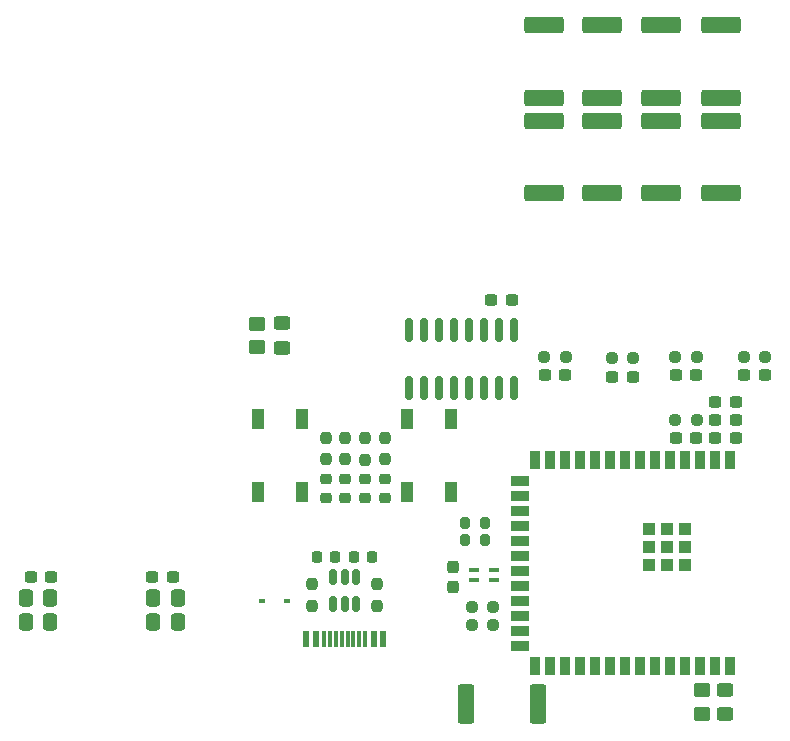
<source format=gtp>
G04 #@! TF.GenerationSoftware,KiCad,Pcbnew,(6.0.10)*
G04 #@! TF.CreationDate,2023-02-01T21:50:37+01:00*
G04 #@! TF.ProjectId,hamodule,68616d6f-6475-46c6-952e-6b696361645f,V.20230201.22*
G04 #@! TF.SameCoordinates,Original*
G04 #@! TF.FileFunction,Paste,Top*
G04 #@! TF.FilePolarity,Positive*
%FSLAX46Y46*%
G04 Gerber Fmt 4.6, Leading zero omitted, Abs format (unit mm)*
G04 Created by KiCad (PCBNEW (6.0.10)) date 2023-02-01 21:50:37*
%MOMM*%
%LPD*%
G01*
G04 APERTURE LIST*
G04 Aperture macros list*
%AMRoundRect*
0 Rectangle with rounded corners*
0 $1 Rounding radius*
0 $2 $3 $4 $5 $6 $7 $8 $9 X,Y pos of 4 corners*
0 Add a 4 corners polygon primitive as box body*
4,1,4,$2,$3,$4,$5,$6,$7,$8,$9,$2,$3,0*
0 Add four circle primitives for the rounded corners*
1,1,$1+$1,$2,$3*
1,1,$1+$1,$4,$5*
1,1,$1+$1,$6,$7*
1,1,$1+$1,$8,$9*
0 Add four rect primitives between the rounded corners*
20,1,$1+$1,$2,$3,$4,$5,0*
20,1,$1+$1,$4,$5,$6,$7,0*
20,1,$1+$1,$6,$7,$8,$9,0*
20,1,$1+$1,$8,$9,$2,$3,0*%
G04 Aperture macros list end*
%ADD10RoundRect,0.249999X-1.425001X0.450001X-1.425001X-0.450001X1.425001X-0.450001X1.425001X0.450001X0*%
%ADD11RoundRect,0.250000X-0.450000X0.325000X-0.450000X-0.325000X0.450000X-0.325000X0.450000X0.325000X0*%
%ADD12RoundRect,0.250000X-0.450000X0.350000X-0.450000X-0.350000X0.450000X-0.350000X0.450000X0.350000X0*%
%ADD13RoundRect,0.237500X0.300000X0.237500X-0.300000X0.237500X-0.300000X-0.237500X0.300000X-0.237500X0*%
%ADD14RoundRect,0.250000X-0.337500X-0.475000X0.337500X-0.475000X0.337500X0.475000X-0.337500X0.475000X0*%
%ADD15RoundRect,0.150000X0.150000X-0.825000X0.150000X0.825000X-0.150000X0.825000X-0.150000X-0.825000X0*%
%ADD16RoundRect,0.237500X-0.250000X-0.237500X0.250000X-0.237500X0.250000X0.237500X-0.250000X0.237500X0*%
%ADD17RoundRect,0.237500X-0.300000X-0.237500X0.300000X-0.237500X0.300000X0.237500X-0.300000X0.237500X0*%
%ADD18R,1.100000X1.800000*%
%ADD19RoundRect,0.237500X-0.237500X0.300000X-0.237500X-0.300000X0.237500X-0.300000X0.237500X0.300000X0*%
%ADD20RoundRect,0.237500X0.237500X-0.250000X0.237500X0.250000X-0.237500X0.250000X-0.237500X-0.250000X0*%
%ADD21RoundRect,0.225000X0.225000X0.250000X-0.225000X0.250000X-0.225000X-0.250000X0.225000X-0.250000X0*%
%ADD22RoundRect,0.200000X0.200000X0.275000X-0.200000X0.275000X-0.200000X-0.275000X0.200000X-0.275000X0*%
%ADD23R,0.900000X1.500000*%
%ADD24R,1.500000X0.900000*%
%ADD25R,1.000000X1.000000*%
%ADD26RoundRect,0.218750X0.256250X-0.218750X0.256250X0.218750X-0.256250X0.218750X-0.256250X-0.218750X0*%
%ADD27R,0.600000X0.450000*%
%ADD28RoundRect,0.250000X0.337500X0.475000X-0.337500X0.475000X-0.337500X-0.475000X0.337500X-0.475000X0*%
%ADD29R,0.600000X1.450000*%
%ADD30R,0.300000X1.450000*%
%ADD31RoundRect,0.249999X-0.450001X-1.425001X0.450001X-1.425001X0.450001X1.425001X-0.450001X1.425001X0*%
%ADD32R,0.820000X0.304800*%
%ADD33R,0.820000X0.308800*%
%ADD34RoundRect,0.150000X0.150000X-0.512500X0.150000X0.512500X-0.150000X0.512500X-0.150000X-0.512500X0*%
%ADD35RoundRect,0.225000X-0.225000X-0.250000X0.225000X-0.250000X0.225000X0.250000X-0.225000X0.250000X0*%
%ADD36RoundRect,0.250000X0.450000X-0.350000X0.450000X0.350000X-0.450000X0.350000X-0.450000X-0.350000X0*%
G04 APERTURE END LIST*
D10*
X83820500Y-55791100D03*
X83820500Y-61891100D03*
X88773500Y-55791100D03*
X88773500Y-61891100D03*
X88773500Y-63842900D03*
X88773500Y-69942900D03*
X83820500Y-63842900D03*
X83820500Y-69942900D03*
D11*
X61659000Y-81008000D03*
X61659000Y-83058000D03*
D12*
X59576200Y-81026000D03*
X59576200Y-83026000D03*
D13*
X42137500Y-102489000D03*
X40412500Y-102489000D03*
D14*
X50778500Y-106299000D03*
X52853500Y-106299000D03*
D13*
X81126500Y-78994000D03*
X79401500Y-78994000D03*
D15*
X72454000Y-86484000D03*
X73724000Y-86484000D03*
X74994000Y-86484000D03*
X76264000Y-86484000D03*
X77534000Y-86484000D03*
X78804000Y-86484000D03*
X80074000Y-86484000D03*
X81344000Y-86484000D03*
X81344000Y-81534000D03*
X80074000Y-81534000D03*
X78804000Y-81534000D03*
X77534000Y-81534000D03*
X76264000Y-81534000D03*
X74994000Y-81534000D03*
X73724000Y-81534000D03*
X72454000Y-81534000D03*
D10*
X98831900Y-63842900D03*
X98831900Y-69942900D03*
X93802700Y-55791100D03*
X93802700Y-61891100D03*
X98831900Y-55791100D03*
X98831900Y-61891100D03*
X93802700Y-63842900D03*
X93802700Y-69942900D03*
D16*
X94959000Y-89217500D03*
X96784000Y-89217500D03*
D17*
X98362000Y-87677000D03*
X100087000Y-87677000D03*
D13*
X96721500Y-90741500D03*
X94996500Y-90741500D03*
D18*
X75955000Y-89102000D03*
X75955000Y-95302000D03*
X72255000Y-95302000D03*
X72255000Y-89102000D03*
X59643400Y-89102000D03*
X59643400Y-95302000D03*
X63343400Y-95302000D03*
X63343400Y-89102000D03*
D17*
X98351500Y-90741500D03*
X100076500Y-90741500D03*
D19*
X76156500Y-101624200D03*
X76156500Y-103349200D03*
D20*
X69690000Y-104912500D03*
X69690000Y-103087500D03*
D21*
X66205000Y-100820000D03*
X64655000Y-100820000D03*
D16*
X94987600Y-83896200D03*
X96812600Y-83896200D03*
D20*
X68707000Y-92552800D03*
X68707000Y-90727800D03*
X70358000Y-92528500D03*
X70358000Y-90703500D03*
D16*
X83860500Y-83896200D03*
X85685500Y-83896200D03*
D22*
X78825000Y-97910000D03*
X77175000Y-97910000D03*
X78825000Y-99385000D03*
X77175000Y-99385000D03*
D23*
X99610000Y-92550000D03*
X98340000Y-92550000D03*
X97070000Y-92550000D03*
X95800000Y-92550000D03*
X94530000Y-92550000D03*
X93260000Y-92550000D03*
X91990000Y-92550000D03*
X90720000Y-92550000D03*
X89450000Y-92550000D03*
X88180000Y-92550000D03*
X86910000Y-92550000D03*
X85640000Y-92550000D03*
X84370000Y-92550000D03*
X83100000Y-92550000D03*
D24*
X81850000Y-94315000D03*
X81850000Y-95585000D03*
X81850000Y-96855000D03*
X81850000Y-98125000D03*
X81850000Y-99395000D03*
X81850000Y-100665000D03*
X81850000Y-101935000D03*
X81850000Y-103205000D03*
X81850000Y-104475000D03*
X81850000Y-105745000D03*
X81850000Y-107015000D03*
X81850000Y-108285000D03*
D23*
X83100000Y-110050000D03*
X84370000Y-110050000D03*
X85640000Y-110050000D03*
X86910000Y-110050000D03*
X88180000Y-110050000D03*
X89450000Y-110050000D03*
X90720000Y-110050000D03*
X91990000Y-110050000D03*
X93260000Y-110050000D03*
X94530000Y-110050000D03*
X95800000Y-110050000D03*
X97070000Y-110050000D03*
X98340000Y-110050000D03*
X99610000Y-110050000D03*
D25*
X92760000Y-98440000D03*
X95760000Y-99940000D03*
X95760000Y-98440000D03*
X92760000Y-99940000D03*
X95760000Y-101440000D03*
X94260000Y-101440000D03*
X92760000Y-101440000D03*
X94260000Y-99940000D03*
X94260000Y-98440000D03*
D26*
X68707000Y-95783500D03*
X68707000Y-94208500D03*
D11*
X99210000Y-112065000D03*
X99210000Y-114115000D03*
D27*
X60000000Y-104500000D03*
X62100000Y-104500000D03*
D28*
X42058500Y-104267000D03*
X39983500Y-104267000D03*
D29*
X63726000Y-107760900D03*
X64526000Y-107760900D03*
D30*
X65726000Y-107760900D03*
X66726000Y-107760900D03*
X67226000Y-107760900D03*
X68226000Y-107760900D03*
D29*
X69426000Y-107760900D03*
X70226000Y-107760900D03*
X70226000Y-107760900D03*
X69426000Y-107760900D03*
D30*
X68726000Y-107760900D03*
X67726000Y-107760900D03*
X66226000Y-107760900D03*
X65226000Y-107760900D03*
D29*
X64526000Y-107760900D03*
X63726000Y-107760900D03*
D16*
X100778800Y-83896200D03*
X102603800Y-83896200D03*
D17*
X95034600Y-85420200D03*
X96759600Y-85420200D03*
D26*
X65379600Y-95783500D03*
X65379600Y-94208500D03*
D17*
X89652000Y-85521800D03*
X91377000Y-85521800D03*
X50699500Y-102489000D03*
X52424500Y-102489000D03*
D20*
X65379600Y-92528400D03*
X65379600Y-90703400D03*
D13*
X102550800Y-85420200D03*
X100825800Y-85420200D03*
D20*
X67005200Y-92530300D03*
X67005200Y-90705300D03*
D31*
X77250000Y-113200000D03*
X83350000Y-113200000D03*
D32*
X79620000Y-102700000D03*
D33*
X79620000Y-101889200D03*
X77900000Y-101889200D03*
D32*
X77900000Y-102700000D03*
D34*
X66030000Y-104797500D03*
X66980000Y-104797500D03*
X67930000Y-104797500D03*
X67930000Y-102522500D03*
X66980000Y-102522500D03*
X66030000Y-102522500D03*
D35*
X67745000Y-100820000D03*
X69295000Y-100820000D03*
D16*
X77729100Y-105042600D03*
X79554100Y-105042600D03*
D28*
X42058500Y-106299000D03*
X39983500Y-106299000D03*
D26*
X70358000Y-95783500D03*
X70358000Y-94208500D03*
D17*
X98362000Y-89217500D03*
X100087000Y-89217500D03*
D14*
X50778500Y-104267000D03*
X52853500Y-104267000D03*
D16*
X89600900Y-83947000D03*
X91425900Y-83947000D03*
X77729100Y-106566600D03*
X79554100Y-106566600D03*
D36*
X97220000Y-114090000D03*
X97220000Y-112090000D03*
D20*
X64210000Y-104912500D03*
X64210000Y-103087500D03*
D17*
X83909400Y-85420200D03*
X85634400Y-85420200D03*
D26*
X67005200Y-95783500D03*
X67005200Y-94208500D03*
M02*

</source>
